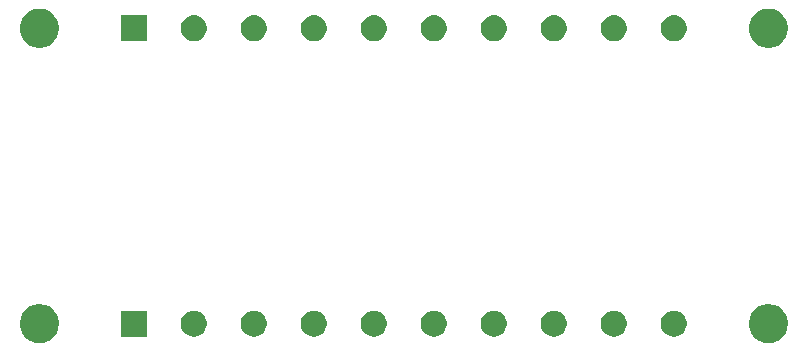
<source format=gbr>
G04 #@! TF.GenerationSoftware,KiCad,Pcbnew,(5.1.5)-3*
G04 #@! TF.CreationDate,2020-08-30T12:24:17-07:00*
G04 #@! TF.ProjectId,comparator,636f6d70-6172-4617-946f-722e6b696361,rev?*
G04 #@! TF.SameCoordinates,Original*
G04 #@! TF.FileFunction,Soldermask,Bot*
G04 #@! TF.FilePolarity,Negative*
%FSLAX46Y46*%
G04 Gerber Fmt 4.6, Leading zero omitted, Abs format (unit mm)*
G04 Created by KiCad (PCBNEW (5.1.5)-3) date 2020-08-30 12:24:17*
%MOMM*%
%LPD*%
G04 APERTURE LIST*
%ADD10C,0.100000*%
G04 APERTURE END LIST*
D10*
G36*
X154095256Y-123391298D02*
G01*
X154201579Y-123412447D01*
X154502042Y-123536903D01*
X154772451Y-123717585D01*
X155002415Y-123947549D01*
X155002416Y-123947551D01*
X155183098Y-124217960D01*
X155307553Y-124518422D01*
X155371000Y-124837389D01*
X155371000Y-125162611D01*
X155339464Y-125321150D01*
X155307553Y-125481579D01*
X155183097Y-125782042D01*
X155002415Y-126052451D01*
X154772451Y-126282415D01*
X154502042Y-126463097D01*
X154201579Y-126587553D01*
X154095256Y-126608702D01*
X153882611Y-126651000D01*
X153557389Y-126651000D01*
X153344744Y-126608702D01*
X153238421Y-126587553D01*
X152937958Y-126463097D01*
X152667549Y-126282415D01*
X152437585Y-126052451D01*
X152256903Y-125782042D01*
X152132447Y-125481579D01*
X152100536Y-125321150D01*
X152069000Y-125162611D01*
X152069000Y-124837389D01*
X152132447Y-124518422D01*
X152256902Y-124217960D01*
X152437584Y-123947551D01*
X152437585Y-123947549D01*
X152667549Y-123717585D01*
X152937958Y-123536903D01*
X153238421Y-123412447D01*
X153344744Y-123391298D01*
X153557389Y-123349000D01*
X153882611Y-123349000D01*
X154095256Y-123391298D01*
G37*
G36*
X92375256Y-123391298D02*
G01*
X92481579Y-123412447D01*
X92782042Y-123536903D01*
X93052451Y-123717585D01*
X93282415Y-123947549D01*
X93282416Y-123947551D01*
X93463098Y-124217960D01*
X93587553Y-124518422D01*
X93651000Y-124837389D01*
X93651000Y-125162611D01*
X93619464Y-125321150D01*
X93587553Y-125481579D01*
X93463097Y-125782042D01*
X93282415Y-126052451D01*
X93052451Y-126282415D01*
X92782042Y-126463097D01*
X92481579Y-126587553D01*
X92375256Y-126608702D01*
X92162611Y-126651000D01*
X91837389Y-126651000D01*
X91624744Y-126608702D01*
X91518421Y-126587553D01*
X91217958Y-126463097D01*
X90947549Y-126282415D01*
X90717585Y-126052451D01*
X90536903Y-125782042D01*
X90412447Y-125481579D01*
X90380536Y-125321150D01*
X90349000Y-125162611D01*
X90349000Y-124837389D01*
X90412447Y-124518422D01*
X90536902Y-124217960D01*
X90717584Y-123947551D01*
X90717585Y-123947549D01*
X90947549Y-123717585D01*
X91217958Y-123536903D01*
X91518421Y-123412447D01*
X91624744Y-123391298D01*
X91837389Y-123349000D01*
X92162611Y-123349000D01*
X92375256Y-123391298D01*
G37*
G36*
X101101000Y-126101000D02*
G01*
X98899000Y-126101000D01*
X98899000Y-123899000D01*
X101101000Y-123899000D01*
X101101000Y-126101000D01*
G37*
G36*
X140854794Y-123920155D02*
G01*
X140961150Y-123941311D01*
X141061334Y-123982809D01*
X141161520Y-124024307D01*
X141341844Y-124144795D01*
X141495205Y-124298156D01*
X141615693Y-124478480D01*
X141698689Y-124678851D01*
X141741000Y-124891560D01*
X141741000Y-125108440D01*
X141698689Y-125321149D01*
X141615693Y-125521520D01*
X141495205Y-125701844D01*
X141341844Y-125855205D01*
X141161520Y-125975693D01*
X140961150Y-126058689D01*
X140854795Y-126079844D01*
X140748440Y-126101000D01*
X140531560Y-126101000D01*
X140425205Y-126079844D01*
X140318850Y-126058689D01*
X140118480Y-125975693D01*
X139938156Y-125855205D01*
X139784795Y-125701844D01*
X139664307Y-125521520D01*
X139581311Y-125321149D01*
X139539000Y-125108440D01*
X139539000Y-124891560D01*
X139581311Y-124678851D01*
X139664307Y-124478480D01*
X139784795Y-124298156D01*
X139938156Y-124144795D01*
X140118480Y-124024307D01*
X140218666Y-123982809D01*
X140318850Y-123941311D01*
X140425206Y-123920155D01*
X140531560Y-123899000D01*
X140748440Y-123899000D01*
X140854794Y-123920155D01*
G37*
G36*
X105294794Y-123920155D02*
G01*
X105401150Y-123941311D01*
X105501334Y-123982809D01*
X105601520Y-124024307D01*
X105781844Y-124144795D01*
X105935205Y-124298156D01*
X106055693Y-124478480D01*
X106138689Y-124678851D01*
X106181000Y-124891560D01*
X106181000Y-125108440D01*
X106138689Y-125321149D01*
X106055693Y-125521520D01*
X105935205Y-125701844D01*
X105781844Y-125855205D01*
X105601520Y-125975693D01*
X105401150Y-126058689D01*
X105294795Y-126079844D01*
X105188440Y-126101000D01*
X104971560Y-126101000D01*
X104865205Y-126079844D01*
X104758850Y-126058689D01*
X104558480Y-125975693D01*
X104378156Y-125855205D01*
X104224795Y-125701844D01*
X104104307Y-125521520D01*
X104021311Y-125321149D01*
X103979000Y-125108440D01*
X103979000Y-124891560D01*
X104021311Y-124678851D01*
X104104307Y-124478480D01*
X104224795Y-124298156D01*
X104378156Y-124144795D01*
X104558480Y-124024307D01*
X104658666Y-123982809D01*
X104758850Y-123941311D01*
X104865206Y-123920155D01*
X104971560Y-123899000D01*
X105188440Y-123899000D01*
X105294794Y-123920155D01*
G37*
G36*
X110374794Y-123920155D02*
G01*
X110481150Y-123941311D01*
X110581334Y-123982809D01*
X110681520Y-124024307D01*
X110861844Y-124144795D01*
X111015205Y-124298156D01*
X111135693Y-124478480D01*
X111218689Y-124678851D01*
X111261000Y-124891560D01*
X111261000Y-125108440D01*
X111218689Y-125321149D01*
X111135693Y-125521520D01*
X111015205Y-125701844D01*
X110861844Y-125855205D01*
X110681520Y-125975693D01*
X110481150Y-126058689D01*
X110374795Y-126079844D01*
X110268440Y-126101000D01*
X110051560Y-126101000D01*
X109945205Y-126079844D01*
X109838850Y-126058689D01*
X109638480Y-125975693D01*
X109458156Y-125855205D01*
X109304795Y-125701844D01*
X109184307Y-125521520D01*
X109101311Y-125321149D01*
X109059000Y-125108440D01*
X109059000Y-124891560D01*
X109101311Y-124678851D01*
X109184307Y-124478480D01*
X109304795Y-124298156D01*
X109458156Y-124144795D01*
X109638480Y-124024307D01*
X109738666Y-123982809D01*
X109838850Y-123941311D01*
X109945206Y-123920155D01*
X110051560Y-123899000D01*
X110268440Y-123899000D01*
X110374794Y-123920155D01*
G37*
G36*
X115454794Y-123920155D02*
G01*
X115561150Y-123941311D01*
X115661334Y-123982809D01*
X115761520Y-124024307D01*
X115941844Y-124144795D01*
X116095205Y-124298156D01*
X116215693Y-124478480D01*
X116298689Y-124678851D01*
X116341000Y-124891560D01*
X116341000Y-125108440D01*
X116298689Y-125321149D01*
X116215693Y-125521520D01*
X116095205Y-125701844D01*
X115941844Y-125855205D01*
X115761520Y-125975693D01*
X115561150Y-126058689D01*
X115454795Y-126079844D01*
X115348440Y-126101000D01*
X115131560Y-126101000D01*
X115025205Y-126079844D01*
X114918850Y-126058689D01*
X114718480Y-125975693D01*
X114538156Y-125855205D01*
X114384795Y-125701844D01*
X114264307Y-125521520D01*
X114181311Y-125321149D01*
X114139000Y-125108440D01*
X114139000Y-124891560D01*
X114181311Y-124678851D01*
X114264307Y-124478480D01*
X114384795Y-124298156D01*
X114538156Y-124144795D01*
X114718480Y-124024307D01*
X114818666Y-123982809D01*
X114918850Y-123941311D01*
X115025206Y-123920155D01*
X115131560Y-123899000D01*
X115348440Y-123899000D01*
X115454794Y-123920155D01*
G37*
G36*
X120534794Y-123920155D02*
G01*
X120641150Y-123941311D01*
X120741334Y-123982809D01*
X120841520Y-124024307D01*
X121021844Y-124144795D01*
X121175205Y-124298156D01*
X121295693Y-124478480D01*
X121378689Y-124678851D01*
X121421000Y-124891560D01*
X121421000Y-125108440D01*
X121378689Y-125321149D01*
X121295693Y-125521520D01*
X121175205Y-125701844D01*
X121021844Y-125855205D01*
X120841520Y-125975693D01*
X120641150Y-126058689D01*
X120534795Y-126079844D01*
X120428440Y-126101000D01*
X120211560Y-126101000D01*
X120105205Y-126079844D01*
X119998850Y-126058689D01*
X119798480Y-125975693D01*
X119618156Y-125855205D01*
X119464795Y-125701844D01*
X119344307Y-125521520D01*
X119261311Y-125321149D01*
X119219000Y-125108440D01*
X119219000Y-124891560D01*
X119261311Y-124678851D01*
X119344307Y-124478480D01*
X119464795Y-124298156D01*
X119618156Y-124144795D01*
X119798480Y-124024307D01*
X119898666Y-123982809D01*
X119998850Y-123941311D01*
X120105206Y-123920155D01*
X120211560Y-123899000D01*
X120428440Y-123899000D01*
X120534794Y-123920155D01*
G37*
G36*
X125614794Y-123920155D02*
G01*
X125721150Y-123941311D01*
X125821334Y-123982809D01*
X125921520Y-124024307D01*
X126101844Y-124144795D01*
X126255205Y-124298156D01*
X126375693Y-124478480D01*
X126458689Y-124678851D01*
X126501000Y-124891560D01*
X126501000Y-125108440D01*
X126458689Y-125321149D01*
X126375693Y-125521520D01*
X126255205Y-125701844D01*
X126101844Y-125855205D01*
X125921520Y-125975693D01*
X125721150Y-126058689D01*
X125614795Y-126079844D01*
X125508440Y-126101000D01*
X125291560Y-126101000D01*
X125185205Y-126079844D01*
X125078850Y-126058689D01*
X124878480Y-125975693D01*
X124698156Y-125855205D01*
X124544795Y-125701844D01*
X124424307Y-125521520D01*
X124341311Y-125321149D01*
X124299000Y-125108440D01*
X124299000Y-124891560D01*
X124341311Y-124678851D01*
X124424307Y-124478480D01*
X124544795Y-124298156D01*
X124698156Y-124144795D01*
X124878480Y-124024307D01*
X124978666Y-123982809D01*
X125078850Y-123941311D01*
X125185206Y-123920155D01*
X125291560Y-123899000D01*
X125508440Y-123899000D01*
X125614794Y-123920155D01*
G37*
G36*
X130694794Y-123920155D02*
G01*
X130801150Y-123941311D01*
X130901334Y-123982809D01*
X131001520Y-124024307D01*
X131181844Y-124144795D01*
X131335205Y-124298156D01*
X131455693Y-124478480D01*
X131538689Y-124678851D01*
X131581000Y-124891560D01*
X131581000Y-125108440D01*
X131538689Y-125321149D01*
X131455693Y-125521520D01*
X131335205Y-125701844D01*
X131181844Y-125855205D01*
X131001520Y-125975693D01*
X130801150Y-126058689D01*
X130694795Y-126079844D01*
X130588440Y-126101000D01*
X130371560Y-126101000D01*
X130265205Y-126079844D01*
X130158850Y-126058689D01*
X129958480Y-125975693D01*
X129778156Y-125855205D01*
X129624795Y-125701844D01*
X129504307Y-125521520D01*
X129421311Y-125321149D01*
X129379000Y-125108440D01*
X129379000Y-124891560D01*
X129421311Y-124678851D01*
X129504307Y-124478480D01*
X129624795Y-124298156D01*
X129778156Y-124144795D01*
X129958480Y-124024307D01*
X130058666Y-123982809D01*
X130158850Y-123941311D01*
X130265206Y-123920155D01*
X130371560Y-123899000D01*
X130588440Y-123899000D01*
X130694794Y-123920155D01*
G37*
G36*
X135774794Y-123920155D02*
G01*
X135881150Y-123941311D01*
X135981334Y-123982809D01*
X136081520Y-124024307D01*
X136261844Y-124144795D01*
X136415205Y-124298156D01*
X136535693Y-124478480D01*
X136618689Y-124678851D01*
X136661000Y-124891560D01*
X136661000Y-125108440D01*
X136618689Y-125321149D01*
X136535693Y-125521520D01*
X136415205Y-125701844D01*
X136261844Y-125855205D01*
X136081520Y-125975693D01*
X135881150Y-126058689D01*
X135774795Y-126079844D01*
X135668440Y-126101000D01*
X135451560Y-126101000D01*
X135345205Y-126079844D01*
X135238850Y-126058689D01*
X135038480Y-125975693D01*
X134858156Y-125855205D01*
X134704795Y-125701844D01*
X134584307Y-125521520D01*
X134501311Y-125321149D01*
X134459000Y-125108440D01*
X134459000Y-124891560D01*
X134501311Y-124678851D01*
X134584307Y-124478480D01*
X134704795Y-124298156D01*
X134858156Y-124144795D01*
X135038480Y-124024307D01*
X135138666Y-123982809D01*
X135238850Y-123941311D01*
X135345206Y-123920155D01*
X135451560Y-123899000D01*
X135668440Y-123899000D01*
X135774794Y-123920155D01*
G37*
G36*
X145934794Y-123920155D02*
G01*
X146041150Y-123941311D01*
X146141334Y-123982809D01*
X146241520Y-124024307D01*
X146421844Y-124144795D01*
X146575205Y-124298156D01*
X146695693Y-124478480D01*
X146778689Y-124678851D01*
X146821000Y-124891560D01*
X146821000Y-125108440D01*
X146778689Y-125321149D01*
X146695693Y-125521520D01*
X146575205Y-125701844D01*
X146421844Y-125855205D01*
X146241520Y-125975693D01*
X146041150Y-126058689D01*
X145934795Y-126079844D01*
X145828440Y-126101000D01*
X145611560Y-126101000D01*
X145505205Y-126079844D01*
X145398850Y-126058689D01*
X145198480Y-125975693D01*
X145018156Y-125855205D01*
X144864795Y-125701844D01*
X144744307Y-125521520D01*
X144661311Y-125321149D01*
X144619000Y-125108440D01*
X144619000Y-124891560D01*
X144661311Y-124678851D01*
X144744307Y-124478480D01*
X144864795Y-124298156D01*
X145018156Y-124144795D01*
X145198480Y-124024307D01*
X145298666Y-123982809D01*
X145398850Y-123941311D01*
X145505206Y-123920155D01*
X145611560Y-123899000D01*
X145828440Y-123899000D01*
X145934794Y-123920155D01*
G37*
G36*
X154095256Y-98391298D02*
G01*
X154201579Y-98412447D01*
X154502042Y-98536903D01*
X154772451Y-98717585D01*
X155002415Y-98947549D01*
X155002416Y-98947551D01*
X155183098Y-99217960D01*
X155307553Y-99518422D01*
X155371000Y-99837389D01*
X155371000Y-100162611D01*
X155339464Y-100321150D01*
X155307553Y-100481579D01*
X155183097Y-100782042D01*
X155002415Y-101052451D01*
X154772451Y-101282415D01*
X154502042Y-101463097D01*
X154201579Y-101587553D01*
X154095256Y-101608702D01*
X153882611Y-101651000D01*
X153557389Y-101651000D01*
X153344744Y-101608702D01*
X153238421Y-101587553D01*
X152937958Y-101463097D01*
X152667549Y-101282415D01*
X152437585Y-101052451D01*
X152256903Y-100782042D01*
X152132447Y-100481579D01*
X152100536Y-100321150D01*
X152069000Y-100162611D01*
X152069000Y-99837389D01*
X152132447Y-99518422D01*
X152256902Y-99217960D01*
X152437584Y-98947551D01*
X152437585Y-98947549D01*
X152667549Y-98717585D01*
X152937958Y-98536903D01*
X153238421Y-98412447D01*
X153344744Y-98391298D01*
X153557389Y-98349000D01*
X153882611Y-98349000D01*
X154095256Y-98391298D01*
G37*
G36*
X92375256Y-98391298D02*
G01*
X92481579Y-98412447D01*
X92782042Y-98536903D01*
X93052451Y-98717585D01*
X93282415Y-98947549D01*
X93282416Y-98947551D01*
X93463098Y-99217960D01*
X93587553Y-99518422D01*
X93651000Y-99837389D01*
X93651000Y-100162611D01*
X93619464Y-100321150D01*
X93587553Y-100481579D01*
X93463097Y-100782042D01*
X93282415Y-101052451D01*
X93052451Y-101282415D01*
X92782042Y-101463097D01*
X92481579Y-101587553D01*
X92375256Y-101608702D01*
X92162611Y-101651000D01*
X91837389Y-101651000D01*
X91624744Y-101608702D01*
X91518421Y-101587553D01*
X91217958Y-101463097D01*
X90947549Y-101282415D01*
X90717585Y-101052451D01*
X90536903Y-100782042D01*
X90412447Y-100481579D01*
X90380536Y-100321150D01*
X90349000Y-100162611D01*
X90349000Y-99837389D01*
X90412447Y-99518422D01*
X90536902Y-99217960D01*
X90717584Y-98947551D01*
X90717585Y-98947549D01*
X90947549Y-98717585D01*
X91217958Y-98536903D01*
X91518421Y-98412447D01*
X91624744Y-98391298D01*
X91837389Y-98349000D01*
X92162611Y-98349000D01*
X92375256Y-98391298D01*
G37*
G36*
X120534795Y-98920156D02*
G01*
X120641150Y-98941311D01*
X120841520Y-99024307D01*
X121021844Y-99144795D01*
X121175205Y-99298156D01*
X121295693Y-99478480D01*
X121378689Y-99678851D01*
X121421000Y-99891560D01*
X121421000Y-100108440D01*
X121378689Y-100321149D01*
X121295693Y-100521520D01*
X121175205Y-100701844D01*
X121021844Y-100855205D01*
X120841520Y-100975693D01*
X120741334Y-101017191D01*
X120641150Y-101058689D01*
X120534794Y-101079845D01*
X120428440Y-101101000D01*
X120211560Y-101101000D01*
X120105206Y-101079845D01*
X119998850Y-101058689D01*
X119898666Y-101017191D01*
X119798480Y-100975693D01*
X119618156Y-100855205D01*
X119464795Y-100701844D01*
X119344307Y-100521520D01*
X119261311Y-100321149D01*
X119219000Y-100108440D01*
X119219000Y-99891560D01*
X119261311Y-99678851D01*
X119344307Y-99478480D01*
X119464795Y-99298156D01*
X119618156Y-99144795D01*
X119798480Y-99024307D01*
X119998850Y-98941311D01*
X120105205Y-98920156D01*
X120211560Y-98899000D01*
X120428440Y-98899000D01*
X120534795Y-98920156D01*
G37*
G36*
X145934795Y-98920156D02*
G01*
X146041150Y-98941311D01*
X146241520Y-99024307D01*
X146421844Y-99144795D01*
X146575205Y-99298156D01*
X146695693Y-99478480D01*
X146778689Y-99678851D01*
X146821000Y-99891560D01*
X146821000Y-100108440D01*
X146778689Y-100321149D01*
X146695693Y-100521520D01*
X146575205Y-100701844D01*
X146421844Y-100855205D01*
X146241520Y-100975693D01*
X146141334Y-101017191D01*
X146041150Y-101058689D01*
X145934794Y-101079845D01*
X145828440Y-101101000D01*
X145611560Y-101101000D01*
X145505206Y-101079845D01*
X145398850Y-101058689D01*
X145298666Y-101017191D01*
X145198480Y-100975693D01*
X145018156Y-100855205D01*
X144864795Y-100701844D01*
X144744307Y-100521520D01*
X144661311Y-100321149D01*
X144619000Y-100108440D01*
X144619000Y-99891560D01*
X144661311Y-99678851D01*
X144744307Y-99478480D01*
X144864795Y-99298156D01*
X145018156Y-99144795D01*
X145198480Y-99024307D01*
X145398850Y-98941311D01*
X145505205Y-98920156D01*
X145611560Y-98899000D01*
X145828440Y-98899000D01*
X145934795Y-98920156D01*
G37*
G36*
X140854795Y-98920156D02*
G01*
X140961150Y-98941311D01*
X141161520Y-99024307D01*
X141341844Y-99144795D01*
X141495205Y-99298156D01*
X141615693Y-99478480D01*
X141698689Y-99678851D01*
X141741000Y-99891560D01*
X141741000Y-100108440D01*
X141698689Y-100321149D01*
X141615693Y-100521520D01*
X141495205Y-100701844D01*
X141341844Y-100855205D01*
X141161520Y-100975693D01*
X141061334Y-101017191D01*
X140961150Y-101058689D01*
X140854794Y-101079845D01*
X140748440Y-101101000D01*
X140531560Y-101101000D01*
X140425206Y-101079845D01*
X140318850Y-101058689D01*
X140218666Y-101017191D01*
X140118480Y-100975693D01*
X139938156Y-100855205D01*
X139784795Y-100701844D01*
X139664307Y-100521520D01*
X139581311Y-100321149D01*
X139539000Y-100108440D01*
X139539000Y-99891560D01*
X139581311Y-99678851D01*
X139664307Y-99478480D01*
X139784795Y-99298156D01*
X139938156Y-99144795D01*
X140118480Y-99024307D01*
X140318850Y-98941311D01*
X140425205Y-98920156D01*
X140531560Y-98899000D01*
X140748440Y-98899000D01*
X140854795Y-98920156D01*
G37*
G36*
X135774795Y-98920156D02*
G01*
X135881150Y-98941311D01*
X136081520Y-99024307D01*
X136261844Y-99144795D01*
X136415205Y-99298156D01*
X136535693Y-99478480D01*
X136618689Y-99678851D01*
X136661000Y-99891560D01*
X136661000Y-100108440D01*
X136618689Y-100321149D01*
X136535693Y-100521520D01*
X136415205Y-100701844D01*
X136261844Y-100855205D01*
X136081520Y-100975693D01*
X135981334Y-101017191D01*
X135881150Y-101058689D01*
X135774794Y-101079845D01*
X135668440Y-101101000D01*
X135451560Y-101101000D01*
X135345206Y-101079845D01*
X135238850Y-101058689D01*
X135138666Y-101017191D01*
X135038480Y-100975693D01*
X134858156Y-100855205D01*
X134704795Y-100701844D01*
X134584307Y-100521520D01*
X134501311Y-100321149D01*
X134459000Y-100108440D01*
X134459000Y-99891560D01*
X134501311Y-99678851D01*
X134584307Y-99478480D01*
X134704795Y-99298156D01*
X134858156Y-99144795D01*
X135038480Y-99024307D01*
X135238850Y-98941311D01*
X135345205Y-98920156D01*
X135451560Y-98899000D01*
X135668440Y-98899000D01*
X135774795Y-98920156D01*
G37*
G36*
X130694795Y-98920156D02*
G01*
X130801150Y-98941311D01*
X131001520Y-99024307D01*
X131181844Y-99144795D01*
X131335205Y-99298156D01*
X131455693Y-99478480D01*
X131538689Y-99678851D01*
X131581000Y-99891560D01*
X131581000Y-100108440D01*
X131538689Y-100321149D01*
X131455693Y-100521520D01*
X131335205Y-100701844D01*
X131181844Y-100855205D01*
X131001520Y-100975693D01*
X130901334Y-101017191D01*
X130801150Y-101058689D01*
X130694794Y-101079845D01*
X130588440Y-101101000D01*
X130371560Y-101101000D01*
X130265206Y-101079845D01*
X130158850Y-101058689D01*
X130058666Y-101017191D01*
X129958480Y-100975693D01*
X129778156Y-100855205D01*
X129624795Y-100701844D01*
X129504307Y-100521520D01*
X129421311Y-100321149D01*
X129379000Y-100108440D01*
X129379000Y-99891560D01*
X129421311Y-99678851D01*
X129504307Y-99478480D01*
X129624795Y-99298156D01*
X129778156Y-99144795D01*
X129958480Y-99024307D01*
X130158850Y-98941311D01*
X130265205Y-98920156D01*
X130371560Y-98899000D01*
X130588440Y-98899000D01*
X130694795Y-98920156D01*
G37*
G36*
X125614795Y-98920156D02*
G01*
X125721150Y-98941311D01*
X125921520Y-99024307D01*
X126101844Y-99144795D01*
X126255205Y-99298156D01*
X126375693Y-99478480D01*
X126458689Y-99678851D01*
X126501000Y-99891560D01*
X126501000Y-100108440D01*
X126458689Y-100321149D01*
X126375693Y-100521520D01*
X126255205Y-100701844D01*
X126101844Y-100855205D01*
X125921520Y-100975693D01*
X125821334Y-101017191D01*
X125721150Y-101058689D01*
X125614794Y-101079845D01*
X125508440Y-101101000D01*
X125291560Y-101101000D01*
X125185206Y-101079845D01*
X125078850Y-101058689D01*
X124978666Y-101017191D01*
X124878480Y-100975693D01*
X124698156Y-100855205D01*
X124544795Y-100701844D01*
X124424307Y-100521520D01*
X124341311Y-100321149D01*
X124299000Y-100108440D01*
X124299000Y-99891560D01*
X124341311Y-99678851D01*
X124424307Y-99478480D01*
X124544795Y-99298156D01*
X124698156Y-99144795D01*
X124878480Y-99024307D01*
X125078850Y-98941311D01*
X125185205Y-98920156D01*
X125291560Y-98899000D01*
X125508440Y-98899000D01*
X125614795Y-98920156D01*
G37*
G36*
X115454795Y-98920156D02*
G01*
X115561150Y-98941311D01*
X115761520Y-99024307D01*
X115941844Y-99144795D01*
X116095205Y-99298156D01*
X116215693Y-99478480D01*
X116298689Y-99678851D01*
X116341000Y-99891560D01*
X116341000Y-100108440D01*
X116298689Y-100321149D01*
X116215693Y-100521520D01*
X116095205Y-100701844D01*
X115941844Y-100855205D01*
X115761520Y-100975693D01*
X115661334Y-101017191D01*
X115561150Y-101058689D01*
X115454794Y-101079845D01*
X115348440Y-101101000D01*
X115131560Y-101101000D01*
X115025206Y-101079845D01*
X114918850Y-101058689D01*
X114818666Y-101017191D01*
X114718480Y-100975693D01*
X114538156Y-100855205D01*
X114384795Y-100701844D01*
X114264307Y-100521520D01*
X114181311Y-100321149D01*
X114139000Y-100108440D01*
X114139000Y-99891560D01*
X114181311Y-99678851D01*
X114264307Y-99478480D01*
X114384795Y-99298156D01*
X114538156Y-99144795D01*
X114718480Y-99024307D01*
X114918850Y-98941311D01*
X115025205Y-98920156D01*
X115131560Y-98899000D01*
X115348440Y-98899000D01*
X115454795Y-98920156D01*
G37*
G36*
X110374795Y-98920156D02*
G01*
X110481150Y-98941311D01*
X110681520Y-99024307D01*
X110861844Y-99144795D01*
X111015205Y-99298156D01*
X111135693Y-99478480D01*
X111218689Y-99678851D01*
X111261000Y-99891560D01*
X111261000Y-100108440D01*
X111218689Y-100321149D01*
X111135693Y-100521520D01*
X111015205Y-100701844D01*
X110861844Y-100855205D01*
X110681520Y-100975693D01*
X110581334Y-101017191D01*
X110481150Y-101058689D01*
X110374794Y-101079845D01*
X110268440Y-101101000D01*
X110051560Y-101101000D01*
X109945206Y-101079845D01*
X109838850Y-101058689D01*
X109738666Y-101017191D01*
X109638480Y-100975693D01*
X109458156Y-100855205D01*
X109304795Y-100701844D01*
X109184307Y-100521520D01*
X109101311Y-100321149D01*
X109059000Y-100108440D01*
X109059000Y-99891560D01*
X109101311Y-99678851D01*
X109184307Y-99478480D01*
X109304795Y-99298156D01*
X109458156Y-99144795D01*
X109638480Y-99024307D01*
X109838850Y-98941311D01*
X109945205Y-98920156D01*
X110051560Y-98899000D01*
X110268440Y-98899000D01*
X110374795Y-98920156D01*
G37*
G36*
X105294795Y-98920156D02*
G01*
X105401150Y-98941311D01*
X105601520Y-99024307D01*
X105781844Y-99144795D01*
X105935205Y-99298156D01*
X106055693Y-99478480D01*
X106138689Y-99678851D01*
X106181000Y-99891560D01*
X106181000Y-100108440D01*
X106138689Y-100321149D01*
X106055693Y-100521520D01*
X105935205Y-100701844D01*
X105781844Y-100855205D01*
X105601520Y-100975693D01*
X105501334Y-101017191D01*
X105401150Y-101058689D01*
X105294794Y-101079845D01*
X105188440Y-101101000D01*
X104971560Y-101101000D01*
X104865206Y-101079845D01*
X104758850Y-101058689D01*
X104658666Y-101017191D01*
X104558480Y-100975693D01*
X104378156Y-100855205D01*
X104224795Y-100701844D01*
X104104307Y-100521520D01*
X104021311Y-100321149D01*
X103979000Y-100108440D01*
X103979000Y-99891560D01*
X104021311Y-99678851D01*
X104104307Y-99478480D01*
X104224795Y-99298156D01*
X104378156Y-99144795D01*
X104558480Y-99024307D01*
X104758850Y-98941311D01*
X104865205Y-98920156D01*
X104971560Y-98899000D01*
X105188440Y-98899000D01*
X105294795Y-98920156D01*
G37*
G36*
X101101000Y-101101000D02*
G01*
X98899000Y-101101000D01*
X98899000Y-98899000D01*
X101101000Y-98899000D01*
X101101000Y-101101000D01*
G37*
M02*

</source>
